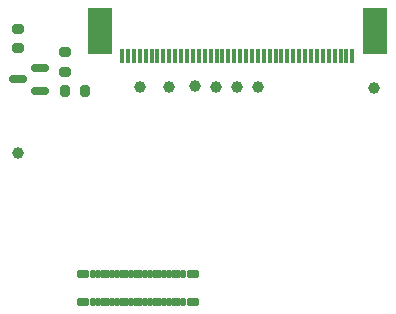
<source format=gbr>
%TF.GenerationSoftware,KiCad,Pcbnew,8.0.0*%
%TF.CreationDate,2024-03-06T23:01:12+04:00*%
%TF.ProjectId,gbc-cm4-aio-flex,6762632d-636d-4342-9d61-696f2d666c65,rev?*%
%TF.SameCoordinates,Original*%
%TF.FileFunction,Soldermask,Top*%
%TF.FilePolarity,Negative*%
%FSLAX46Y46*%
G04 Gerber Fmt 4.6, Leading zero omitted, Abs format (unit mm)*
G04 Created by KiCad (PCBNEW 8.0.0) date 2024-03-06 23:01:12*
%MOMM*%
%LPD*%
G01*
G04 APERTURE LIST*
G04 Aperture macros list*
%AMRoundRect*
0 Rectangle with rounded corners*
0 $1 Rounding radius*
0 $2 $3 $4 $5 $6 $7 $8 $9 X,Y pos of 4 corners*
0 Add a 4 corners polygon primitive as box body*
4,1,4,$2,$3,$4,$5,$6,$7,$8,$9,$2,$3,0*
0 Add four circle primitives for the rounded corners*
1,1,$1+$1,$2,$3*
1,1,$1+$1,$4,$5*
1,1,$1+$1,$6,$7*
1,1,$1+$1,$8,$9*
0 Add four rect primitives between the rounded corners*
20,1,$1+$1,$2,$3,$4,$5,0*
20,1,$1+$1,$4,$5,$6,$7,0*
20,1,$1+$1,$6,$7,$8,$9,0*
20,1,$1+$1,$8,$9,$2,$3,0*%
G04 Aperture macros list end*
%ADD10RoundRect,0.102000X-0.375000X-0.275000X0.375000X-0.275000X0.375000X0.275000X-0.375000X0.275000X0*%
%ADD11RoundRect,0.102000X0.110000X-0.250000X0.110000X0.250000X-0.110000X0.250000X-0.110000X-0.250000X0*%
%ADD12R,0.300000X1.300000*%
%ADD13R,2.000000X4.000000*%
%ADD14C,1.000000*%
%ADD15RoundRect,0.200000X0.200000X0.275000X-0.200000X0.275000X-0.200000X-0.275000X0.200000X-0.275000X0*%
%ADD16RoundRect,0.200000X-0.275000X0.200000X-0.275000X-0.200000X0.275000X-0.200000X0.275000X0.200000X0*%
%ADD17RoundRect,0.150000X0.587500X0.150000X-0.587500X0.150000X-0.587500X-0.150000X0.587500X-0.150000X0*%
%ADD18RoundRect,0.200000X0.275000X-0.200000X0.275000X0.200000X-0.275000X0.200000X-0.275000X-0.200000X0*%
G04 APERTURE END LIST*
D10*
%TO.C,J2*%
X152585000Y-138715000D03*
X152585000Y-141065000D03*
X143335000Y-141065000D03*
X143335000Y-138715000D03*
D11*
X151760000Y-138690000D03*
X151760000Y-141090000D03*
X151360000Y-138690000D03*
X151360000Y-141090000D03*
X150960000Y-138690000D03*
X150960000Y-141090000D03*
X150560000Y-138690000D03*
X150560000Y-141090000D03*
X150160000Y-138690000D03*
X150160000Y-141090000D03*
X149760000Y-138690000D03*
X149760000Y-141090000D03*
X149360000Y-138690000D03*
X149360000Y-141090000D03*
X148960000Y-138690000D03*
X148960000Y-141090000D03*
X148560000Y-138690000D03*
X148560000Y-141090000D03*
X148160000Y-138690000D03*
X148160000Y-141090000D03*
X147760000Y-138690000D03*
X147760000Y-141090000D03*
X147360000Y-138690000D03*
X147360000Y-141090000D03*
X146960000Y-138690000D03*
X146960000Y-141090000D03*
X146560000Y-138690000D03*
X146560000Y-141090000D03*
X146160000Y-138690000D03*
X146160000Y-141090000D03*
X145760000Y-138690000D03*
X145760000Y-141090000D03*
X145360000Y-138690000D03*
X145360000Y-141090000D03*
X144960000Y-138690000D03*
X144960000Y-141090000D03*
X144560000Y-138690000D03*
X144560000Y-141090000D03*
X144160000Y-138690000D03*
X144160000Y-141090000D03*
%TD*%
D12*
%TO.C,J3*%
X166100000Y-120250000D03*
X165600000Y-120250000D03*
X165100000Y-120250000D03*
X164100000Y-120250000D03*
X163600000Y-120250000D03*
X163100000Y-120250000D03*
X162600000Y-120250000D03*
X162100000Y-120250000D03*
X161600000Y-120250000D03*
X161100000Y-120250000D03*
X160600000Y-120250000D03*
X160100000Y-120250000D03*
X159600000Y-120250000D03*
X159100000Y-120250000D03*
X158600000Y-120250000D03*
X158100000Y-120250000D03*
X157600000Y-120250000D03*
X157100000Y-120250000D03*
X156600000Y-120250000D03*
X156100000Y-120250000D03*
X155600000Y-120250000D03*
X155100000Y-120250000D03*
X154600000Y-120250000D03*
X154100000Y-120250000D03*
X153600000Y-120250000D03*
X153100000Y-120250000D03*
X152600000Y-120250000D03*
X152100000Y-120250000D03*
X151600000Y-120250000D03*
X151100000Y-120250000D03*
X150600000Y-120250000D03*
X150100000Y-120250000D03*
X149600000Y-120250000D03*
X149100000Y-120250000D03*
X148600000Y-120250000D03*
X148100000Y-120250000D03*
X147600000Y-120250000D03*
X147100000Y-120250000D03*
X146600000Y-120250000D03*
D13*
X168000000Y-118100000D03*
X144700000Y-118100000D03*
D12*
X164600000Y-120250000D03*
%TD*%
D14*
%TO.C,RST1*%
X137790000Y-128480000D03*
%TD*%
%TO.C,K1*%
X154590000Y-122850000D03*
%TD*%
%TO.C,A1*%
X156360000Y-122840000D03*
%TD*%
%TO.C,PWM1*%
X158100000Y-122820000D03*
%TD*%
D15*
%TO.C,R3*%
X143440000Y-123210000D03*
X141790000Y-123210000D03*
%TD*%
D16*
%TO.C,R2*%
X141790000Y-119920000D03*
X141790000Y-121570000D03*
%TD*%
D14*
%TO.C,1V8*%
X152820000Y-122810000D03*
%TD*%
D17*
%TO.C,Q1*%
X139680000Y-123170000D03*
X139680000Y-121270000D03*
X137805000Y-122220000D03*
%TD*%
D14*
%TO.C,+5V1*%
X148100000Y-122840000D03*
%TD*%
D18*
%TO.C,R1*%
X137800000Y-119580000D03*
X137800000Y-117930000D03*
%TD*%
D14*
%TO.C,GND1*%
X167930000Y-122930000D03*
%TD*%
%TO.C,-5V1*%
X150610000Y-122830000D03*
%TD*%
M02*

</source>
